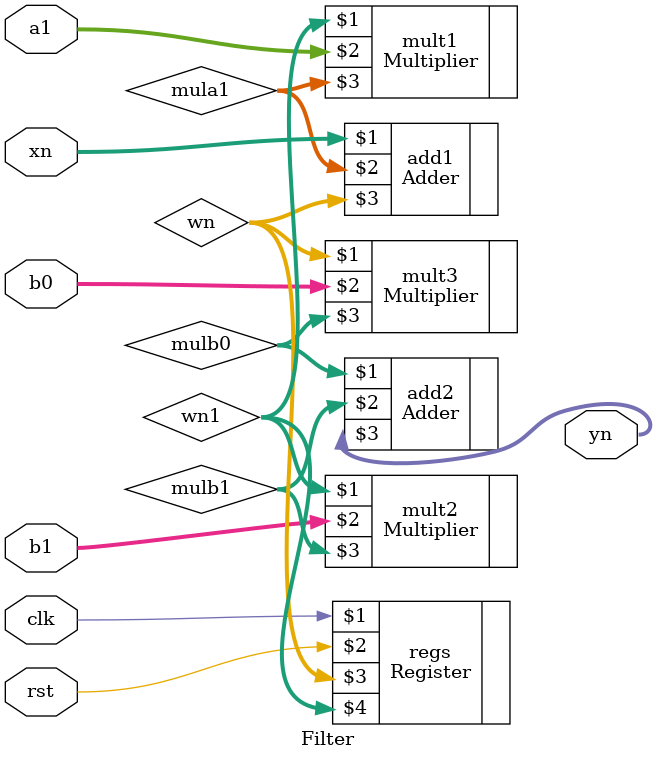
<source format=sv>
module Filter (input logic clk, rst,
				   input logic [31:0] xn, a1, b0, b1,
				   output logic [31:0] yn);
			
	logic [31:0] wn, wn1, mula1, mulb0, mulb1;
	
	Adder add1(xn, mula1, wn);
	
	Multiplier mult1(wn1, a1, mula1);
	
	Multiplier mult2(wn1, b1, mulb1);
	
	Multiplier mult3(wn, b0, mulb0);
	
	Adder add2(mulb0, mulb1, yn);
	
	Register regs(clk, rst, wn, wn1);
				  
endmodule 
</source>
